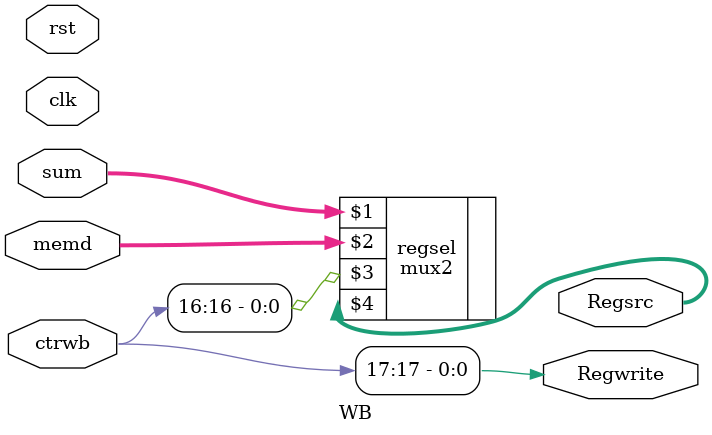
<source format=v>
module WB
(
	input clk,
	input rst,
	input [31:0] memd,
	input [31:0] sum,
	input [31:0] ctrwb,
	output [31:0] Regsrc,
	output Regwrite

);
	
mux2 regsel(sum,memd,ctrwb[16],Regsrc);	
	
assign Regwrite=ctrwb[17];		
	
endmodule
</source>
